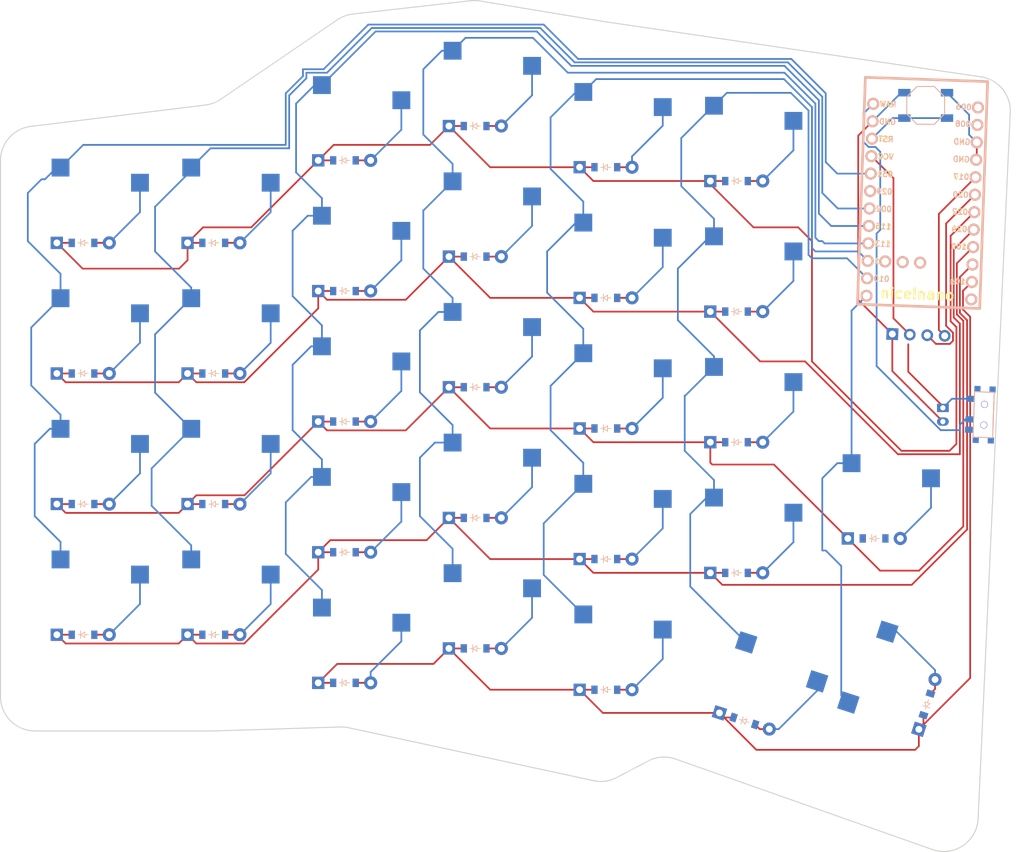
<source format=kicad_pcb>
(kicad_pcb (version 20240108) (generator "pcbnew") (generator_version "8.0")
  (title_block (title "left") (rev "v1.0.0") (company "Unknown"))
  (layers (0 "F.Cu" signal) (31 "B.Cu" signal) (34 "B.Paste" user) (35 "F.Paste" user) (36 "B.SilkS" user "B.Silkscreen") (37 "F.SilkS" user "F.Silkscreen") (38 "B.Mask" user) (39 "F.Mask" user) (44 "Edge.Cuts" user))
  (net 0 "")
  (net 1 "P031")
  (net 2 "outer_bottom")
  (net 3 "outer_home")
  (net 4 "outer_top")
  (net 5 "outer_num")
  (net 6 "P002")
  (net 7 "pinky_bottom")
  (net 8 "pinky_home")
  (net 9 "pinky_top")
  (net 10 "pinky_num")
  (net 11 "P115")
  (net 12 "ring_mod")
  (net 13 "ring_bottom")
  (net 14 "ring_home")
  (net 15 "ring_top")
  (net 16 "ring_num")
  (net 17 "P113")
  (net 18 "middle_mod")
  (net 19 "middle_bottom")
  (net 20 "middle_home")
  (net 21 "middle_top")
  (net 22 "middle_num")
  (net 23 "P111")
  (net 24 "index_mod")
  (net 25 "index_bottom")
  (net 26 "index_home")
  (net 27 "index_top")
  (net 28 "index_num")
  (net 29 "P010")
  (net 30 "inner_bottom")
  (net 31 "inner_home")
  (net 32 "inner_top")
  (net 33 "inner_num")
  (net 34 "P009")
  (net 35 "inner_mod_home")
  (net 36 "home_cluster")
  (net 37 "far_cluster")
  (net 38 "P011")
  (net 39 "P100")
  (net 40 "P024")
  (net 41 "P022")
  (net 42 "P104")
  (net 43 "RAW")
  (net 44 "GND")
  (net 45 "RST")
  (net 46 "VCC")
  (net 47 "P029")
  (net 48 "P006")
  (net 49 "P008")
  (net 50 "P017")
  (net 51 "P020")
  (net 52 "P106")
  (net 53 "P101")
  (net 54 "P102")
  (net 55 "P107")
  (net 56 "pos")
  (footprint "E73:SPDT_C128955" (layer "F.Cu") (at 299.032219 104.753399 -92)
    (property "Reference" "T1" (hide yes))
    (property "Value" "" (hide yes))
  )
  (footprint "E73:SW_TACT_ALPS_SKQGABE010" (layer "F.Cu") (at 290.532219 59.753399)
    (property "Reference" "B1" (hide yes))
    (property "Value" "" (hide yes))
  )
  (footprint "PG1350" (layer "F.Cu") (at 244.032219 82.753399)
    (property "Reference" "S22" (hide yes))
    (property "Value" "" (hide yes))
  )
  (footprint "ComboDiode" (layer "F.Cu") (at 244.032219 106.753399)
    (property "Reference" "D21" (hide yes))
    (property "Value" "" (hide yes))
  )
  (footprint "PG1350" (layer "F.Cu") (at 206.032219 81.753399)
    (property "Reference" "S12" (hide yes))
    (property "Value" "" (hide yes))
  )
  (footprint "PG1350" (layer "F.Cu") (at 285.961565 145.346352 72)
    (property "Reference" "S30" (hide yes))
    (property "Value" "" (hide yes))
  )
  (footprint "JST_PH_S2B-PH-K_02x2.00mm_Angled" (layer "F.Cu") (at 293.032219 104.753399 -90)
    (property "Reference" "JST1" (hide yes))
    (property "Value" "" (hide yes))
  )
  (footprint "PG1350" (layer "F.Cu") (at 206.032219 62.753399)
    (property "Reference" "S13" (hide yes))
    (property "Value" "" (hide yes))
  )
  (footprint "ComboDiode" (layer "F.Cu") (at 244.032219 87.753399)
    (property "Reference" "D22" (hide yes))
    (property "Value" "" (hide yes))
  )
  (footprint "ComboDiode" (layer "F.Cu") (at 206.032219 67.753399)
    (property "Reference" "D13" (hide yes))
    (property "Value" "" (hide yes))
  )
  (footprint "ComboDiode" (layer "F.Cu") (at 264.171285 149.306615 -18)
    (property "Reference" "D29" (hide yes))
    (property "Value" "" (hide yes))
  )
  (footprint "ComboDiode" (layer "F.Cu") (at 187.032219 136.753399)
    (property "Reference" "D5" (hide yes))
    (property "Value" "" (hide yes))
  )
  (footprint "ComboDiode" (layer "F.Cu") (at 263.032219 108.753399)
    (property "Reference" "D25" (hide yes))
    (property "Value" "" (hide yes))
  )
  (footprint "PG1350" (layer "F.Cu") (at 244.032219 63.753399)
    (property "Reference" "S23" (hide yes))
    (property "Value" "" (hide yes))
  )
  (footprint "ComboDiode" (layer "F.Cu") (at 244.032219 125.753399)
    (property "Reference" "D20" (hide yes))
    (property "Value" "" (hide yes))
  )
  (footprint "PG1350" (layer "F.Cu") (at 225.032219 114.753399)
    (property "Reference" "S15" (hide yes))
    (property "Value" "" (hide yes))
  )
  (footprint "ComboDiode" (layer "F.Cu") (at 263.032219 70.753399)
    (property "Reference" "D27" (hide yes))
    (property "Value" "" (hide yes))
  )
  (footprint "PG1350" (layer "F.Cu") (at 225.032219 76.753399)
    (property "Reference" "S17" (hide yes))
    (property "Value" "" (hide yes))
  )
  (footprint "PG1350" (layer "F.Cu") (at 263.032219 65.753399)
    (property "Reference" "S27" (hide yes))
    (property "Value" "" (hide yes))
  )
  (footprint "ComboDiode" (layer "F.Cu") (at 206.032219 86.753399)
    (property "Reference" "D12" (hide yes))
    (property "Value" "" (hide yes))
  )
  (footprint "PG1350" (layer "F.Cu") (at 168.032219 112.753399)
    (property "Reference" "S2" (hide yes))
    (property "Value" "" (hide yes))
  )
  (footprint "PG1350" (layer "F.Cu") (at 225.032219 57.753399)
    (property "Reference" "S18" (hide yes))
    (property "Value" "" (hide yes))
  )
  (footprint "PG1350" (layer "F.Cu") (at 187.032219 131.753399)
    (property "Reference" "S5" (hide yes))
    (property "Value" "" (hide yes))
  )
  (footprint "PG1350" (layer "F.Cu") (at 168.032219 93.753399)
    (property "Reference" "S3" (hide yes))
    (property "Value" "" (hide yes))
  )
  (footprint "PG1350" (layer "F.Cu") (at 168.032219 74.753399)
    (property "Reference" "S4" (hide yes))
    (property "Value" "" (hide yes))
  )
  (footprint "ComboDiode" (layer "F.Cu") (at 290.716848 146.891438 72)
    (property "Reference" "D30" (hide yes))
    (property "Value" "" (hide yes))
  )
  (footprint "ComboDiode" (layer "F.Cu") (at 168.032219 117.753399)
    (property "Reference" "D2" (hide yes))
    (property "Value" "" (hide yes))
  )
  (footprint "PG1350" (layer "F.Cu") (at 225.032219 95.753399)
    (property "Reference" "S16" (hide yes))
    (property "Value" "" (hide yes))
  )
  (footprint "ComboDiode" (layer "F.Cu") (at 225.032219 100.753399)
    (property "Reference" "D16" (hide yes))
    (property "Value" "" (hide yes))
  )
  (footprint "ComboDiode" (layer "F.Cu") (at 168.032219 98.753399)
    (property "Reference" "D3" (hide yes))
    (property "Value" "" (hide yes))
  )
  (footprint "PG1350" (layer "F.Cu") (at 168.032219 131.753399)
    (property "Reference" "S1" (hide yes))
    (property "Value" "" (hide yes))
  )
  (footprint "ComboDiode" (layer "F.Cu") (at 225.032219 62.753399)
    (property "Reference" "D18" (hide yes))
    (property "Value" "" (hide yes))
  )
  (footprint "ComboDiode" (layer "F.Cu") (at 206.032219 124.753399)
    (property "Reference" "D10" (hide yes))
    (property "Value" "" (hide yes))
  )
  (footprint "PG1350" (layer "F.Cu") (at 263.032219 103.753399)
    (property "Reference" "S25" (hide yes))
    (property "Value" "" (hide yes))
  )
  (footprint "ComboDiode" (layer "F.Cu") (at 206.032219 105.753399)
    (property "Reference" "D11" (hide yes))
    (property "Value" "" (hide yes))
  )
  (footprint "PG1350" (layer "F.Cu") (at 263.032219 122.753399)
    (property "Reference" "S24" (hide yes))
    (property "Value" "" (hide yes))
  )
  (footprint "PG1350" (layer "F.Cu") (at 225.032219 133.753399)
    (property "Reference" "S14" (hide yes))
    (property "Value" "" (hide yes))
  )
  (footprint "lib:OLED_headers" (layer "F.Cu") (at 295.532219 91.753399 -92)
    (property "Reference" "OLED1" (hide yes))
    (property "Value" "OLED")
  )
  (footprint "PG1350" (layer "F.Cu") (at 206.032219 100.753399)
    (property "Reference" "S11" (hide yes))
    (property "Value" "" (hide yes))
  )
  (footprint "PG1350" (layer "F.Cu") (at 244.032219 101.753399)
    (property "Reference" "S21" (hide yes))
    (property "Value" "" (hide yes))
  )
  (footprint "PG1350" (layer "F.Cu") (at 187.032219 74.753399)
    (property "Reference" "S8" (hide yes))
    (property "Value" "" (hide yes))
  )
  (footprint "ComboDiode" (layer "F.Cu") (at 168.032219 79.753399)
    (property "Reference" "D4" (hide yes))
    (property "Value" "" (hide yes))
  )
  (footprint "ComboDiode" (layer "F.Cu") (at 225.032219 119.753399)
    (property "Reference" "D15" (hide yes))
    (property "Value" "" (hide yes))
  )
  (footprint "PG1350" (layer "F.Cu") (at 244.032219 139.753399)
    (property "Reference" "S19" (hide yes))
    (property "Value" "" (hide yes))
  )
  (footprint "ComboDiode" (layer "F.Cu") (at 263.032219 89.753399)
    (property "Reference" "D26" (hide yes))
    (property "Value" "" (hide yes))
  )
  (footprint "ComboDiode" (layer "F.Cu") (at 244.032219 68.753399)
    (property "Reference" "D23" (hide yes))
    (property "Value" "" (hide yes))
  )
  (footprint "PG1350" (layer "F.Cu") (at 283.032219 117.753399)
    (property "Reference" "S28" (hide yes))
    (property "Value" "" (hide yes))
  )
  (footprint "ComboDiode" (layer "F.Cu") (at 263.032219 127.753399)
    (property "Reference" "D24" (hide yes))
    (property "Value" "" (hide yes))
  )
  (footprint "ComboDiode" (layer "F.Cu") (at 187.032219 79.753399)
    (property "Reference" "D8" (hide yes))
    (property "Value" "" (hide yes))
  )
  (footprint "ComboDiode" (layer "F.Cu") (at 283.032219 122.753399)
    (property "Reference" "D28" (hide yes))
    (property "Value" "" (hide yes))
  )
  (footprint "ComboDiode" (layer "F.Cu") (at 187.032219 98.753399)
    (property "Reference" "D7" (hide yes))
    (property "Value" "" (hide yes))
  )
  (footprint "PG1350" (layer "F.Cu") (at 206.032219 119.753399)
    (property "Reference" "S10" (hide yes))
    (property "Value" "" (hide yes))
  )
  (footprint "PG1350" (layer "F.Cu") (at 244.032219 120.753399)
    (property "Reference" "S20" (hide yes))
    (property "Value" "" (hide yes))
  )
  (footprint "ComboDiode" (layer "F.Cu") (at 225.032219 138.753399)
    (property "Reference" "D14" (hide yes))
    (property "Value" "" (hide yes))
  )
  (footprint "ComboDiode" (layer "F.Cu") (at 225.032219 81.753399)
    (property "Reference" "D17" (hide yes))
    (property "Value" "" (hide yes))
  )
  (footprint "PG1350" (layer "F.Cu") (at 263.032219 84.753399)
    (property "Reference" "S26" (hide yes))
    (property "Value" "" (hide yes))
  )
  (footprint "ComboDiode" (layer "F.Cu") (at 244.032219 144.753399)
    (property "Reference" "D19" (hide yes))
    (property "Value" "" (hide yes))
  )
  (footprint "PG1350" (layer "F.Cu") (at 187.032219 93.753399)
    (property "Reference" "S7" (hide yes))
    (property "Value" "" (hide yes))
  )
  (footprint "PG1350" (layer "F.Cu") (at 206.032219 138.753399)
    (property "Reference" "S9" (hide yes))
    (property "Value" "" (hide yes))
  )
  (footprint "ComboDiode" (layer "F.Cu") (at 206.032219 143.753399)
    (property "Reference" "D9" (hide yes))
    (property "Value" "" (hide yes))
  )
  (footprint "PG1350" (layer "F.Cu") (at 265.71637 144.551332 -18)
    (property "Reference" "S29" (hide yes))
    (property "Value" "" (hide yes))
  )
  (footprint "nice_nano" (layer "F.Cu") (at 290.032219 73.753399 -92)
    (property "Reference" "MCU1" (hide yes))
    (property "Value" "nice_nano" (hide yes))
  )
  (footprint "PG1350" (layer "F.Cu") (at 187.032219 112.753399)
    (property "Reference" "S6" (hide yes))
    (property "Value" "" (hide yes))
  )
  (footprint "ComboDiode" (layer "F.Cu") (at 187.032219 117.753399)
    (property "Reference" "D6" (hide yes))
    (property "Value" "" (hide yes))
  )
  (footprint "ComboDiode" (layer "F.Cu") (at 168.032219 136.753399)
    (property "Reference" "D1" (hide yes))
    (property "Value" "" (hide yes))
  )
  (gr_arc (start 298.557315 55.597333) (mid 301.688562 57.362143) (end 302.826861 60.771475) (stroke (width 0.15)) (layer "Edge.Cuts"))
  (gr_line (start 188.035156 58.869818) (end 205.008929 47.300852) (stroke (width 0.15)) (layer "Edge.Cuts"))
  (gr_arc (start 245.64416 157.52118) (mid 243.988342 158.054312) (end 242.250081 157.987894) (stroke (width 0.15)) (layer "Edge.Cuts"))
  (gr_arc (start 205.008929 47.300852) (mid 206.084797 46.745029) (end 207.262737 46.464156) (stroke (width 0.15)) (layer "Edge.Cuts"))
  (gr_arc (start 187.111107 150.750908) (mid 187.032209 150.752776) (end 186.953291 150.753399) (stroke (width 0.15)) (layer "Edge.Cuts"))
  (gr_line (start 244.078531 47.610189) (end 298.557316 55.597333) (stroke (width 0.15)) (layer "Edge.Cuts"))
  (gr_line (start 205.417953 150.172797) (end 187.111107 150.750908) (stroke (width 0.15)) (layer "Edge.Cuts"))
  (gr_arc (start 250.160932 155.133202) (mid 252.129617 154.567039) (end 254.160115 154.837848) (stroke (width 0.15)) (layer "Edge.Cuts"))
  (gr_line (start 291.5 168) (end 254.160115 154.837848) (stroke (width 0.15)) (layer "Edge.Cuts"))
  (gr_arc (start 224.339743 44.531758) (mid 225.030971 44.501715) (end 225.719729 44.567381) (stroke (width 0.15)) (layer "Edge.Cuts"))
  (gr_arc (start 156.032219 67.777921) (mid 157.287773 64.464445) (end 160.423869 62.815068) (stroke (width 0.15)) (layer "Edge.Cuts"))
  (gr_arc (start 205.417953 150.172796) (mid 206.02881 150.190872) (end 206.632898 150.283335) (stroke (width 0.15)) (layer "Edge.Cuts"))
  (gr_line (start 156.032219 145.753399) (end 156.032219 67.777921) (stroke (width 0.15)) (layer "Edge.Cuts"))
  (gr_line (start 186.953291 150.753399) (end 161.032219 150.753399) (stroke (width 0.15)) (layer "Edge.Cuts"))
  (gr_line (start 225.719729 44.567381) (end 243.986044 47.595744) (stroke (width 0.15)) (layer "Edge.Cuts"))
  (gr_line (start 242.250081 157.987894) (end 206.632898 150.283335) (stroke (width 0.15)) (layer "Edge.Cuts"))
  (gr_arc (start 244.078531 47.610189) (mid 244.032254 47.603183) (end 243.986044 47.595744) (stroke (width 0.15)) (layer "Edge.Cuts"))
  (gr_line (start 160.423869 62.815068) (end 185.827496 59.701075) (stroke (width 0.15)) (layer "Edge.Cuts"))
  (gr_line (start 207.262737 46.464156) (end 224.339743 44.531758) (stroke (width 0.15)) (layer "Edge.Cuts"))
  (gr_line (start 302.826861 60.771475) (end 298.157076 163.511417) (stroke (width 0.15)) (layer "Edge.Cuts"))
  (gr_line (start 250.160932 155.133203) (end 245.64416 157.52118) (stroke (width 0.15)) (layer "Edge.Cuts"))
  (gr_arc (start 188.035156 58.869819) (mid 186.98105 59.417506) (end 185.827496 59.701075) (stroke (width 0.15)) (layer "Edge.Cuts"))
  (gr_arc (start 161.032219 150.753399) (mid 157.496685 149.288933) (end 156.032219 145.753399) (stroke (width 0.15)) (layer "Edge.Cuts"))
  (gr_arc (start 298.157077 163.511417) (mid 295.957482 167.43006) (end 291.5 168) (stroke (width 0.15)) (layer "Edge.Cuts"))
  (segment (start 203 54.5) (end 209.5 48) (width 0.25) (layer "B.Cu") (net 1))
  (segment (start 162 70.5) (end 162.5 70.5) (width 0.25) (layer "B.Cu") (net 1))
  (segment (start 160.5 100.5) (end 160.5 92.060618) (width 0.25) (layer "B.Cu") (net 1))
  (segment (start 164.757219 106.803399) (end 164.757219 104.757219) (width 0.25) (layer "B.Cu") (net 1))
  (segment (start 240 53) (end 271 53) (width 0.25) (layer "B.Cu") (net 1))
  (segment (start 160 72.5) (end 162 70.5) (width 0.25) (layer "B.Cu") (net 1))
  (segment (start 164.757219 125.803399) (end 164.757219 123.257219) (width 0.25) (layer "B.Cu") (net 1))
  (segment (start 197.5 65.5) (end 197.5 58) (width 0.25) (layer "B.Cu") (net 1))
  (segment (start 197.5 58) (end 200 55.5) (width 0.25) (layer "B.Cu") (net 1))
  (segment (start 161 119.5) (end 161 109) (width 0.25) (layer "B.Cu") (net 1))
  (segment (start 209.5 48) (end 235 48) (width 0.25) (layer "B.Cu") (net 1))
  (segment (start 276 68) (end 277.679786 69.679786) (width 0.25) (layer "B.Cu") (net 1))
  (segment (start 164.757219 84.257219) (end 160 79.5) (width 0.25) (layer "B.Cu") (net 1))
  (segment (start 164.196601 68.803399) (end 164.757219 68.803399) (width 0.25) (layer "B.Cu") (net 1))
  (segment (start 164.757219 123.257219) (end 161 119.5) (width 0.25) (layer "B.Cu") (net 1))
  (segment (start 276 58) (end 276 68) (width 0.25) (layer "B.Cu") (net 1))
  (segment (start 200 54.5) (end 203 54.5) (width 0.25) (layer "B.Cu") (net 1))
  (segment (start 164.757219 68.803399) (end 168.060618 65.5) (width 0.25) (layer "B.Cu") (net 1))
  (segment (start 160 79.5) (end 160 72.5) (width 0.25) (layer "B.Cu") (net 1))
  (segment (start 160.5 92.060618) (end 164.757219 87.803399) (width 0.25) (layer "B.Cu") (net 1))
  (segment (start 235 48) (end 240 53) (width 0.25) (layer "B.Cu") (net 1))
  (segment (start 200 55.5) (end 200 54.5) (width 0.25) (layer "B.Cu") (net 1))
  (segment (start 277.679786 69.679786) (end 282.549828 69.679786) (width 0.25) (layer "B.Cu") (net 1))
  (segment (start 168.060618 65.5) (end 197.5 65.5) (width 0.25) (layer "B.Cu") (net 1))
  (segment (start 271 53) (end 276 58) (width 0.25) (layer "B.Cu") (net 1))
  (segment (start 164.757219 87.803399) (end 164.757219 84.257219) (width 0.25) (layer "B.Cu") (net 1))
  (segment (start 163.196601 106.803399) (end 164.757219 106.803399) (width 0.25) (layer "B.Cu") (net 1))
  (segment (start 162.5 70.5) (end 164.196601 68.803399) (width 0.25) (layer "B.Cu") (net 1))
  (segment (start 161 109) (end 163.196601 106.803399) (width 0.25) (layer "B.Cu") (net 1))
  (segment (start 164.757219 104.757219) (end 160.5 100.5) (width 0.25) (layer "B.Cu") (net 1))
  (segment (start 171.842219 136.753399) (end 169.682219 136.753399) (width 0.25) (layer "F.Cu") (net 2))
  (segment (start 176.307219 128.003399) (end 176.307219 132.288399) (width 0.25) (layer "B.Cu") (net 2))
  (segment (start 176.307219 132.288399) (end 171.842219 136.753399) (width 0.25) (layer "B.Cu") (net 2))
  (segment (start 171.842219 117.753399) (end 169.682219 117.753399) (width 0.25) (layer "F.Cu") (net 3))
  (segment (start 176.307219 109.003399) (end 176.307219 113.288399) (width 0.25) (layer "B.Cu") (net 3))
  (segment (start 176.307219 113.288399) (end 171.842219 117.753399) (width 0.25) (layer "B.Cu") (net 3))
  (segment (start 171.842219 98.753399) (end 169.682219 98.753399) (width 0.25) (layer "F.Cu") (net 4))
  (segment (start 176.307219 94.288399) (end 171.842219 98.753399) (width 0.25) (layer "B.Cu") (net 4))
  (segment (start 176.307219 90.003399) (end 176.307219 94.288399) (width 0.25) (layer "B.Cu") (net 4))
  (segment (start 171.842219 79.753399) (end 169.682219 79.753399) (width 0.25) (layer "F.Cu") (net 5))
  (segment (start 176.307219 71.003399) (end 176.307219 75.288399) (width 0.25) (layer "B.Cu") (net 5))
  (segment (start 176.307219 75.288399) (end 171.842219 79.753399) (width 0.25) (layer "B.Cu") (net 5))
  (segment (start 183.757219 106.803399) (end 178.5 101.54618) (width 0.25) (layer "B.Cu") (net 6))
  (segment (start 198 66) (end 198 58.310618) (width 0.25) (layer "B.Cu") (net 6))
  (segment (start 178 112.560618) (end 183.757219 106.803399) (width 0.25) (layer "B.Cu") (net 6))
  (segment (start 178.5 81) (end 178.5 74.5) (width 0.25) (layer "B.Cu") (net 6))
  (segment (start 275.5 72.5) (end 277.756691 74.756691) (width 0.25) (layer "B.Cu") (net 6))
  (segment (start 234.5 48.5) (end 239.5 53.5) (width 0.25) (layer "B.Cu") (net 6))
  (segment (start 203.5 55) (end 210 48.5) (width 0.25) (layer "B.Cu") (net 6))
  (segment (start 210 48.5) (end 234.5 48.5) (width 0.25) (layer "B.Cu") (net 6))
  (segment (start 183.757219 123.757219) (end 178 118) (width 0.25) (layer "B.Cu") (net 6))
  (segment (start 178.5 101.54618) (end 178.5 93.060618) (width 0.25) (layer "B.Cu") (net 6))
  (segment (start 183.757219 86.257219) (end 178.5 81) (width 0.25) (layer "B.Cu") (net 6))
  (segment (start 178.5 74.5) (end 183.757219 69.242781) (width 0.25) (layer "B.Cu") (net 6))
  (segment (start 277.756691 74.756691) (end 282.372539 74.756691) (width 0.25) (layer "B.Cu") (net 6))
  (segment (start 186.560618 66) (end 198 66) (width 0.25) (layer "B.Cu") (net 6))
  (segment (start 198 58.310618) (end 200.5 55.810618) (width 0.25) (layer "B.Cu") (net 6))
  (segment (start 200.5 55) (end 203.5 55) (width 0.25) (layer "B.Cu") (net 6))
  (segment (start 239.5 53.5) (end 270.5 53.5) (width 0.25) (layer "B.Cu") (net 6))
  (segment (start 183.757219 69.242781) (end 183.757219 68.803399) (width 0.25) (layer "B.Cu") (net 6))
  (segment (start 178.5 93.060618) (end 183.757219 87.803399) (width 0.25) (layer "B.Cu") (net 6))
  (segment (start 178 118) (end 178 112.560618) (width 0.25) (layer "B.Cu") (net 6))
  (segment (start 183.757219 125.803399) (end 183.757219 123.757219) (width 0.25) (layer "B.Cu") (net 6))
  (segment (start 270.5 53.5) (end 275.5 58.5) (width 0.25) (layer "B.Cu") (net 6))
  (segment (start 275.5 58.5) (end 275.5 72.5) (width 0.25) (layer "B.Cu") (net 6))
  (segment (start 183.757219 87.803399) (end 183.757219 86.257219) (width 0.25) (layer "B.Cu") (net 6))
  (segment (start 183.757219 68.803399) (end 186.560618 66) (width 0.25) (layer "B.Cu") (net 6))
  (segment (start 200.5 55.810618) (end 200.5 55) (width 0.25) (layer "B.Cu") (net 6))
  (segment (start 190.842219 136.753399) (end 188.682219 136.753399) (width 0.25) (layer "F.Cu") (net 7))
  (segment (start 195.307219 132.288399) (end 190.842219 136.753399) (width 0.25) (layer "B.Cu") (net 7))
  (segment (start 195.307219 128.003399) (end 195.307219 132.288399) (width 0.25) (layer "B.Cu") (net 7))
  (segment (start 190.842219 117.753399) (end 188.682219 117.753399) (width 0.25) (layer "F.Cu") (net 8))
  (segment (start 195.307219 113.288399) (end 190.842219 117.753399) (width 0.25) (layer "B.Cu") (net 8))
  (segment (start 195.307219 109.003399) (end 195.307219 113.288399) (width 0.25) (layer "B.Cu") (net 8))
  (segment (start 190.842219 98.753399) (end 188.682219 98.753399) (width 0.25) (layer "F.Cu") (net 9))
  (segment (start 195.307219 94.288399) (end 190.842219 98.753399) (width 0.25) (layer "B.Cu") (net 9))
  (segment (start 195.307219 90.003399) (end 195.307219 94.288399) (width 0.25) (layer "B.Cu") (net 9))
  (segment (start 190.842219 79.753399) (end 188.682219 79.753399) (width 0.25) (layer "F.Cu") (net 10))
  (segment (start 195.307219 75.288399) (end 190.842219 79.753399) (width 0.25) (layer "B.Cu") (net 10))
  (segment (start 195.307219 71.003399) (end 195.307219 75.288399) (width 0.25) (layer "B.Cu") (net 10))
  (segment (start 198.5 107) (end 198.5 97.5) (width 0.25) (layer "B.Cu") (net 11))
  (segment (start 197.5 117.5) (end 201.196601 113.803399) (width 0.25) (layer "B.Cu") (net 11))
  (segment (start 275 75.5) (end 276.795144 77.295144) (width 0.25) (layer "B.Cu") (net 11))
  (segment (start 275 59) (end 275 75.5) (width 0.25) (layer "B.Cu") (net 11))
  (segment (start 202.757219 113.803399) (end 202.757219 111.257219) (width 0.25) (layer "B.Cu") (net 11))
  (segment (start 197.5 125) (end 197.5 117.5) (width 0.25) (layer "B.Cu") (net 11))
  (segment (start 198.5 87.5) (end 198.5 78) (width 0.25) (layer "B.Cu") (net 11))
  (segment (start 201.696601 56.803399) (end 202.757219 56.803399) (width 0.25) (layer "B.Cu") (net 11))
  (segment (start 200.696601 75.803399) (end 202.757219 75.803399) (width 0.25) (layer "B.Cu") (net 11))
  (segment (start 270 54) (end 275 59) (width 0.25) (layer "B.Cu") (net 11))
  (segment (start 201.196601 94.803399) (end 202.757219 94.803399) (width 0.25) (layer "B.Cu") (net 11))
  (segment (start 199 69.5) (end 199 59.5) (width 0.25) (layer "B.Cu") (net 11))
  (segment (start 202.757219 91.757219) (end 198.5 87.5) (width 0.25) (layer "B.Cu") (net 11))
  (segment (start 199 59.5) (end 201.696601 56.803399) (width 0.25) (layer "B.Cu") (net 11))
  (segment (start 202.757219 94.803399) (end 202.757219 91.757219) (width 0.25) (layer "B.Cu") (net 11))
  (segment (start 202.757219 73.257219) (end 199 69.5) (width 0.25) (layer "B.Cu") (net 11))
  (segment (start 210.560618 49) (end 234 49) (width 0.25) (layer "B.Cu") (net 11))
  (segment (start 234 49) (end 239 54) (width 0.25) (layer "B.Cu") (net 11))
  (segment (start 202.757219 132.803399) (end 202.757219 130.257219) (width 0.25) (layer "B.Cu") (net 11))
  (segment (start 198.5 78) (end 200.696601 75.803399) (width 0.25) (layer "B.Cu") (net 11))
  (segment (start 239 54) (end 270 54) (width 0.25) (layer "B.Cu") (net 11))
  (segment (start 201.196601 113.803399) (end 202.757219 113.803399) (width 0.25) (layer "B.Cu") (net 11))
  (segment (start 276.795144 77.295144) (end 282.283894 77.295144) (width 0.25) (layer "B.Cu") (net 11))
  (segment (start 202.757219 56.803399) (end 210.560618 49) (width 0.25) (layer "B.Cu") (net 11))
  (segment (start 202.757219 75.803399) (end 202.757219 73.257219) (width 0.25) (layer "B.Cu") (net 11))
  (segment (start 198.5 97.5) (end 201.196601 94.803399) (width 0.25) (layer "B.Cu") (net 11))
  (segment (start 202.757219 130.257219) (end 197.5 125) (width 0.25) (layer "B.Cu") (net 11))
  (segment (start 202.757219 111.257219) (end 198.5 107) (width 0.25) (layer "B.Cu") (net 11))
  (segment (start 209.842219 143.753399) (end 207.682219 143.753399) (width 0.25) (layer "F.Cu") (net 12))
  (segment (start 214.307219 135.003399) (end 214.307219 137.712083) (width 0.25) (layer "B.Cu") (net 12))
  (segment (start 209.842219 142.177083) (end 209.842219 143.753399) (width 0.25) (layer "B.Cu") (net 12))
  (segment (start 214.307219 137.712083) (end 209.842219 142.177083) (width 0.25) (layer "B.Cu") (net 12))
  (segment (start 209.842219 124.753399) (end 207.682219 124.753399) (width 0.25) (layer "F.Cu") (net 13))
  (segment (start 214.307219 120.288399) (end 209.842219 124.753399) (width 0.25) (layer "B.Cu") (net 13))
  (segment (start 214.307219 116.003399) (end 214.307219 120.288399) (width 0.25) (layer "B.Cu") (net 13))
  (segment (start 209.842219 105.753399) (end 207.682219 105.753399) (width 0.25) (layer "F.Cu") (net 14))
  (segment (start 214.307219 97.003399) (end 214.307219 101.288399) (width 0.25) (layer "B.Cu") (net 14))
  (segment (start 214.307219 101.288399) (end 209.842219 105.753399) (width 0.25) (layer "B.Cu") (net 14))
  (segment (start 209.842219 86.753399) (end 207.682219 86.753399) (width 0.25) (layer "F.Cu") (net 15))
  (segment (start 214.307219 78.003399) (end 214.307219 82.288399) (width 0.25) (layer "B.Cu") (net 15))
  (segment (start 214.307219 82.288399) (end 209.842219 86.753399) (width 0.25) (layer "B.Cu") (net 15))
  (segment (start 209.842219 67.753399) (end 207.682219 67.753399) (width 0.25) (layer "F.Cu") (net 16))
  (segment (start 214.307219 59.003399) (end 214.307219 63.288399) (width 0.25) (layer "B.Cu") (net 16))
  (segment (start 214.307219 63.288399) (end 209.842219 67.753399) (width 0.25) (layer "B.Cu") (net 16))
  (segment (start 217.5 64) (end 217.5 54.5) (width 0.25) (layer "B.Cu") (net 17))
  (segment (start 221.757219 89.803399) (end 221.757219 87.757219) (width 0.25) (layer "B.Cu") (net 17))
  (segment (start 238.5 55) (end 270 55) (width 0.25) (layer "B.Cu") (net 17))
  (segment (start 275.5 79.5) (end 275.833597 79.833597) (width 0.25) (layer "B.Cu") (net 17))
  (segment (start 217.560618 75) (end 221.757219 70.803399) (width 0.25) (layer "B.Cu") (net 17))
  (segment (start 221.757219 124.257219) (end 217 119.5) (width 0.25) (layer "B.Cu") (net 17))
  (segment (start 217 92.5) (end 219.696601 89.803399) (width 0.25) (layer "B.Cu") (net 17))
  (segment (start 217 111) (end 219.196601 108.803399) (width 0.25) (layer "B.Cu") (net 17))
  (segment (start 217 119.5) (end 217 111) (width 0.25) (layer "B.Cu") (net 17))
  (segment (start 217.5 54.5) (end 220.196601 51.803399) (width 0.25) (layer "B.Cu") (net 17))
  (segment (start 275 79.5) (end 275.5 79.5) (width 0.25) (layer "B.Cu") (net 17))
  (segment (start 275.833597 79.833597) (end 282.195249 79.833597) (width 0.25) (layer "B.Cu") (net 17))
  (segment (start 217.5 75) (end 217.560618 75) (width 0.25) (layer "B.Cu") (net 17))
  (segment (start 219.696601 89.803399) (end 221.757219 89.803399) (width 0.25) (layer "B.Cu") (net 17))
  (segment (start 221.757219 106.257219) (end 217 101.5) (width 0.25) (layer "B.Cu") (net 17))
  (segment (start 270 55) (end 274.5 59.5) (width 0.25) (layer "B.Cu") (net 17))
  (segment (start 274.5 59.5) (end 274.5 79) (width 0.25) (layer "B.Cu") (net 17))
  (segment (start 221.757219 51.803399) (end 223.632219 49.928399) (width 0.25) (layer "B.Cu") (net 17))
  (segment (start 220.196601 51.803399) (end 221.757219 51.803399) (width 0.25) (layer "B.Cu") (net 17))
  (segment (start 274.5 79) (end 275 79.5) (width 0.25) (layer "B.Cu") (net 17))
  (segment (start 217 101.5) (end 217 92.5) (width 0.25) (layer "B.Cu") (net 17))
  (segment (start 221.757219 87.757219) (end 217.5 83.5) (width 0.25) (layer "B.Cu") (net 17))
  (segment (start 221.757219 127.803399) (end 221.757219 124.257219) (width 0.25) (layer "B.Cu") (net 17))
  (segment (start 221.757219 70.803399) (end 221.757219 68.257219) (width 0.25) (layer "B.Cu") (net 17))
  (segment (start 233.428399 49.928399) (end 238.5 55) (width 0.25) (layer "B.Cu") (net 17))
  (segment (start 223.632219 49.928399) (end 233.428399 49.928399) (width 0.25) (layer "B.Cu") (net 17))
  (segment (start 219.196601 108.803399) (end 221.757219 108.803399) (width 0.25) (layer "B.Cu") (net 17))
  (segment (start 217.5 83.5) (end 217.5 75) (width 0.25) (layer "B.Cu") (net 17))
  (segment (start 221.757219 108.803399) (end 221.757219 106.257219) (width 0.25) (layer "B.Cu") (net 17))
  (segment (start 221.757219 68.257219) (end 217.5 64) (width 0.25) (layer "B.Cu") (net 17))
  (segment (start 228.842219 138.753399) (end 226.682219 138.753399) (width 0.25) (layer "F.Cu") (net 18))
  (segment (start 233.307219 134.288399) (end 228.842219 138.753399) (width 0.25) (layer "B.Cu") (net 18))
  (segment (start 233.307219 130.003399) (end 233.307219 134.288399) (width 0.25) (layer "B.Cu") (net 18))
  (segment (start 228.842219 119.753399) (end 226.682219 119.753399) (width 0.25) (layer "F.Cu") (net 19))
  (segment (start 233.307219 111.003399) (end 233.307219 115.288399) (width 0.25) (layer "B.Cu") (net 19))
  (segment (start 233.307219 115.288399) (end 228.842219 119.753399) (width 0.25) (layer "B.Cu") (net 19))
  (segment (start 228.842219 100.753399) (end 226.682219 100.753399) (width 0.25) (layer "F.Cu") (net 20))
  (segment (start 233.307219 92.003399) (end 233.307219 96.288399) (width 0.25) (layer "B.Cu") (net 20))
  (segment (start 233.307219 96.288399) (end 228.842219 100.753399) (width 0.25) (layer "B.Cu") (net 20))
  (segment (start 228.842219 81.753399) (end 226.682219 81.753399) (width 0.25) (layer "F.Cu") (net 21))
  (segment (start 233.307219 73.003399) (end 233.307219 77.288399) (width 0.25) (layer "B.Cu") (net 21))
  (segment (start 233.307219 77.288399) (end 228.842219 81.753399) (width 0.25) (layer "B.Cu") (net 21))
  (segment (start 228.842219 62.753399) (end 226.682219 62.753399) (width 0.25) (layer "F.Cu") (net 22))
  (segment (start 233.307219 54.003399) (end 233.307219 58.288399) (width 0.25) (layer "B.Cu") (net 22))
  (segment (start 233.307219 58.288399) (end 228.842219 62.753399) (width 0.25) (layer "B.Cu") (net 22))
  (segment (start 269.928399 55.928399) (end 274 60) (width 0.25) (layer "B.Cu") (net 23))
  (segment (start 235 128.04618) (end 235 120.560618) (width 0.25) (layer "B.Cu") (net 23))
  (segment (start 240.757219 92.257219) (end 235.5 87) (width 0.25) (layer "B.Cu") (net 23))
  (segment (start 239.696601 76.803399) (end 240.757219 76.803399) (width 0.25) (layer "B.Cu") (net 23))
  (segment (start 280.734555 81) (end 282.106604 82.372049) (width 0.25) (layer "B.Cu") (net 23))
  (segment (start 235.5 87) (end 235.5 81) (width 0.25) (layer "B.Cu") (net 23))
  (segment (start 240.757219 95.803399) (end 240.757219 92.257219) (width 0.25) (layer "B.Cu") (net 23))
  (segment (start 274 80.5) (end 274.5 81) (width 0.25) (layer "B.Cu") (net 23))
  (segment (start 239.696601 57.803399) (end 240.757219 57.803399) (width 0.25) (layer "B.Cu") (net 23))
  (segment (start 240.757219 114.803399) (end 240.757219 111.757219) (width 0.25) (layer "B.Cu") (net 23))
  (segment (start 240.757219 57.803399) (end 242.632219 55.928399) (width 0.25) (layer "B.Cu") (net 23))
  (segment (start 240.757219 111.757219) (end 236 107) (width 0.25) (layer "B.Cu") (net 23))
  (segment (start 236 69) (end 236 61.5) (width 0.25) (layer "B.Cu") (net 23))
  (segment (start 236 107) (end 236 100.560618) (width 0.25) (layer "B.Cu") (net 23))
  (segment (start 236 100.560618) (end 240.757219 95.803399) (width 0.25) (layer "B.Cu") (net 23))
  (segment (start 274 60) (end 274 80.5) (width 0.25) (layer "B.Cu") (net 23))
  (segment (start 235 120.560618) (end 240.757219 114.803399) (width 0.25) (layer "B.Cu") (net 23))
  (segment (start 242.632219 55.928399) (end 269.928399 55.928399) (width 0.25) (layer "B.Cu") (net 23))
  (segment (start 235.5 81) (end 239.696601 76.803399) (width 0.25) (layer "B.Cu") (net 23))
  (segment (start 240.757219 133.803399) (end 235 128.04618) (width 0.25) (layer "B.Cu") (net 23))
  (segment (start 274.5 81) (end 280.734555 81) (width 0.25) (layer "B.Cu") (net 23))
  (segment (start 240.757219 76.803399) (end 240.757219 73.757219) (width 0.25) (layer "B.Cu") (net 23))
  (segment (start 236 61.5) (end 239.696601 57.803399) (width 0.25) (layer "B.Cu") (net 23))
  (segment (start 240.757219 73.757219) (end 236 69) (width 0.25) (layer "B.Cu") (net 23))
  (segment (start 247.842219 144.753399) (end 245.682219 144.753399) (width 0.25) (layer "F.Cu") (net 24))
  (segment (start 252.307219 136.003399) (end 252.307219 140.288399) (width 0.25) (layer "B.Cu") (net 24))
  (segment (start 252.307219 140.288399) (end 247.842219 144.753399) (width 0.25) (layer "B.Cu") (net 24))
  (segment (start 247.842219 125.753399) (end 245.682219 125.753399) (width 0.25) (layer "F.Cu") (net 25))
  (segment (start 252.307219 117.003399) (end 252.307219 121.288399) (width 0.25) (layer "B.Cu") (net 25))
  (segment (start 252.307219 121.288399) (end 247.842219 125.753399) (width 0.25) (layer "B.Cu") (net 25))
  (segment (start 247.842219 106.753399) (end 245.682219 106.753399) (width 0.25) (layer "F.Cu") (net 26))
  (segment (start 252.307219 102.288399) (end 247.842219 106.753399) (width 0.25) (layer "B.Cu") (net 26))
  (segment (start 252.307219 98.003399) (end 252.307219 102.288399) (width 0.25) (layer "B.Cu") (net 26))
  (segment (start 247.842219 87.753399) (end 245.682219 87.753399) (width 0.25) (layer "F.Cu") (net 27))
  (segment (start 252.307219 83.288399) (end 247.842219 87.753399) (width 0.25) (layer "B.Cu") (net 27))
  (segment (start 252.307219 79.003399) (end 252.307219 83.288399) (width 0.25) (layer "B.Cu") (net 27))
  (segment (start 247.842219 68.753399) (end 245.682219 68.753399) (width 0.25) (layer "F.Cu") (net 28))
  (segment (start 247.842219 67.177083) (end 247.842219 68.753399) (width 0.25) (layer "B.Cu") (net 28))
  (segment (start 252.307219 62.712083) (end 247.842219 67.177083) (width 0.25) (layer "B.Cu") (net 28))
  (segment (start 252.307219 60.003399) (end 252.307219 62.712083) (width 0.25) (layer "B.Cu") (net 28))
  (segment (start 259.696601 59.803399) (end 259.757219 59.803399) (width 0.25) (layer "B.Cu") (net 29))
  (segment (start 259.757219 114.257219) (end 255.5 110) (width 0.25) (layer "B.Cu") (net 29))
  (segment (start 254.5 83.5) (end 259.196601 78.803399) (width 0.25) (layer "B.Cu") (net 29))
  (segment (start 264.440311 137.880515) (end 256.306319 129.746523) (width 0.25) (layer "B.Cu") (net 29))
  (segment (start 255.5 110) (end 255.5 102) (width 0.25) (layer "B.Cu") (net 29))
  (segment (start 254.5 91) (end 254.5 83.5) (width 0.25) (layer "B.Cu") (net 29))
  (segment (start 273.5 60.5) (end 273.5 81.5) (width 0.25) (layer "B.Cu") (net 29))
  (segment (start 255.560618 102) (end 259.757219 97.803399) (width 0.25) (layer "B.Cu") (net 29))
  (segment (start 255 71.5) (end 255 64.5) (width 0.25) (layer "B.Cu") (net 29))
  (segment (start 256.306319 119.193681) (end 258.696601 116.803399) (width 0.25) (layer "B.Cu") (net 29))
  (segment (start 258.696601 116.803399) (end 259.757219 116.803399) (width 0.25) (layer "B.Cu") (net 29))
  (segment (start 279.107458 82) (end 282.01796 84.910502) (width 0.25) (layer "B.Cu") (net 29))
  (segment (start 259.757219 59.803399) (end 261.632219 57.928399) (width 0.25) (layer "B.Cu") (net 29))
  (segment (start 259.196601 78.803399) (end 259.757219 78.803399) (width 0.25) (layer "B.Cu") (net 29))
  (segment (start 270.928399 57.928399) (end 273.5 60.5) (width 0.25) (layer "B.Cu") (net 29))
  (segment (start 256.306319 129.746523) (end 256.306319 119.193681) (width 0.25) (layer "B.Cu") (net 29))
  (segment (start 259.757219 116.803399) (end 259.757219 114.257219) (width 0.25) (layer "B.Cu") (net 29))
  (segment (start 259.757219 96.257219) (end 254.5 91) (width 0.25) (layer "B.Cu") (net 29))
  (segment (start 255 64.5) (end 259.696601 59.803399) (width 0.25) (layer "B.Cu") (net 29))
  (segment (start 259.757219 76.257219) (end 255 71.5) (width 0.25) (layer "B.Cu") (net 29))
  (segment (start 259.757219 97.803399) (end 259.757219 96.257219) (width 0.25) (layer "B.Cu") (net 29))
  (segment (start 259.757219 78.803399) (end 259.757219 76.257219) (width 0.25) (layer "B.Cu") (net 29))
  (segment (start 261.632219 57.928399) (end 270.928399 57.928399) (width 0.25) (layer "B.Cu") (net 29))
  (segment (start 274 82) (end 279.107458 82) (width 0.25) (layer "B.Cu") (net 29))
  (segment (start 273.5 81.5) (end 274 82) (width 0.25) (layer "B.Cu") (net 29))
  (segment (start 255.5 102) (end 255.560618 102) (width 0.25) (layer "B.Cu") (net 29))
  (segment (start 266.842219 127.753399) (end 264.682219 127.753399) (width 0.25) (layer "F.Cu") (net 30))
  (segment (start 271.307219 119.003399) (end 271.307219 123.288399) (width 0.25) (layer "B.Cu") (net 30))
  (segment (start 271.307219 123.288399) (end 266.842219 127.753399) (width 0.25) (layer "B.Cu") (net 30))
  (segment (start 266.842219 108.753399) (end 264.682219 108.753399) (width 0.25) (layer "F.Cu") (net 31))
  (segment (start 271.307219 104.288399) (end 266.842219 108.753399) (width 0.25) (layer "B.Cu") (net 31))
  (segment (start 271.307219 100.003399) (end 271.307219 104.288399) (width 0.25) (layer "B.Cu") (net 31))
  (segment (start 266.842219 89.753399) (end 264.682219 89.753399) (width 0.25) (layer "F.Cu") (net 32))
  (segment (start 271.307219 85.288399) (end 266.842219 89.753399) (width 0.25) (layer "B.Cu") (net 32))
  (segment (start 271.307219 81.003399) (end 271.307219 85.288399) (width 0.25) (layer "B.Cu") (net 32))
  (segment (start 266.842219 70.753399) (end 264.682219 70.753399) (width 0.25) (layer "F.Cu") (net 33))
  (segment (start 271.307219 62.003399) (end 271.307219 66.288399) (width 0.25) (layer "B.Cu") (net 33))
  (segment (start 271.307219 66.288399) (end 266.842219 70.753399) (width 0.25) (layer "B.Cu") (net 33))
  (segment (start 277.696601 111.803399) (end 279.757219 111.803399) (width 0.25) (layer "B.Cu") (net 34))
  (segment (start 276 124.5) (end 275.5 124.5) (width 0.25) (layer "B.Cu") (net 34))
  (segment (start 279.757219 89.621051) (end 281.929315 87.448955) (width 0.25) (layer "B.Cu") (net 34))
  (segment (start 275.5 114) (end 277.696601 111.803399) (width 0.25) (layer "B.Cu") (net 34))
  (segment (start 279.290748 146.622411) (end 278.259062 145.590725) (width 0.25) (layer "B.Cu") (net 34))
  (segment (start 275.5 124.5) (end 275.5 114) (width 0.25) (layer "B.Cu") (net 34))
  (segment (start 279.757219 111.803399) (end 279.757219 89.621051) (width 0.25) (layer "B.Cu") (net 34))
  (segment (start 278.259062 145.590725) (end 278.259062 126.759062) (width 0.25) (layer "B.Cu") (net 34))
  (segment (start 278.259062 126.759062) (end 276 124.5) (width 0.25) (layer "B.Cu") (net 34))
  (segment (start 291.307219 118.288399) (end 286.842219 122.753399) (width 0.25) (layer "B.Cu") (net 35))
  (segment (start 291.307219 114.003399) (end 291.307219 118.288399) (width 0.25) (layer "B.Cu") (net 35))
  (segment (start 266.408005 150.48397) (end 265.740528 149.816493) (width 0.25) (layer "F.Cu") (net 36))
  (segment (start 267.79481 150.48397) (end 266.408005 150.48397) (width 0.25) (layer "F.Cu") (net 36))
  (segment (start 274.745176 143.541986) (end 274.745176 144.908887) (width 0.25) (layer "B.Cu") (net 36))
  (segment (start 274.745176 144.908887) (end 269.170093 150.48397) (width 0.25) (layer "B.Cu") (net 36))
  (segment (start 269.170093 150.48397) (end 267.79481 150.48397) (width 0.25) (layer "B.Cu") (net 36))
  (segment (start 291.894203 144.654718) (end 291.226726 145.322195) (width 0.25) (layer "F.Cu") (net 37))
  (segment (start 291.894203 143.267913) (end 291.894203 144.654718) (width 0.25) (layer "F.Cu") (net 37))
  (segment (start 286.31912 136.317546) (end 291.894203 141.892629) (width 0.25) (layer "B.Cu") (net 37))
  (segment (start 284.952219 136.317546) (end 286.31912 136.317546) (width 0.25) (layer "B.Cu") (net 37))
  (segment (start 291.894203 141.892629) (end 291.894203 143.267913) (width 0.25) (layer "B.Cu") (net 37))
  (segment (start 166.382219 136.753399) (end 164.222219 136.753399) (width 0.25) (layer "F.Cu") (net 38))
  (segment (start 202.222219 124.753399) (end 203.975618 123) (width 0.25) (layer "F.Cu") (net 38))
  (segment (start 259.222219 127.753399) (end 260.96882 129.5) (width 0.25) (layer "F.Cu") (net 38))
  (segment (start 242.222219 127.753399) (end 259.222219 127.753399) (width 0.25) (layer "F.Cu") (net 38))
  (segment (start 203.975618 123) (end 217.975618 123) (width 0.25) (layer "F.Cu") (net 38))
  (segment (start 223.382219 119.753399) (end 221.222219 119.753399) (width 0.25) (layer "F.Cu") (net 38))
  (segment (start 240.222219 125.753399) (end 242.222219 127.753399) (width 0.25) (layer "F.Cu") (net 38))
  (segment (start 288.5 129.5) (end 296.55 121.45) (width 0.25) (layer "F.Cu") (net 38))
  (segment (start 296.55 91) (end 295.508731 89.958731) (width 0.25) (layer "F.Cu") (net 38))
  (segment (start 227.222219 125.753399) (end 240.222219 125.753399) (width 0.25) (layer "F.Cu") (net 38))
  (segment (start 185.382219 136.753399) (end 183.222219 136.753399) (width 0.25) (layer "F.Cu") (net 38))
  (segment (start 184.499719 138.030899) (end 191.469101 138.030899) (width 0.25) (layer "F.Cu") (net 38))
  (segment (start 165.499719 138.030899) (end 181.944719 138.030899) (width 0.25) (layer "F.Cu") (net 38))
  (segment (start 261.382219 127.753399) (end 259.222219 127.753399) (width 0.25) (layer "F.Cu") (net 38))
  (segment (start 164.222219 136.753399) (end 165.499719 138.030899) (width 0.25) (layer "F.Cu") (net 38))
  (segment (start 295.508731 84.732508) (end 297.337321 82.903918) (width 0.25) (layer "F.Cu") (net 38))
  (segment (start 191.469101 138.030899) (end 202.222219 127.277781) (width 0.25) (layer "F.Cu") (net 38))
  (segment (start 217.975618 123) (end 221.222219 119.753399) (width 0.25) (layer "F.Cu") (net 38))
  (segment (start 181.944719 138.030899) (end 183.222219 136.753399) (width 0.25) (layer "F.Cu") (net 38))
  (segment (start 183.222219 136.753399) (end 184.499719 138.030899) (width 0.25) (layer "F.Cu") (net 38))
  (segment (start 260.96882 129.5) (end 288.5 129.5) (width 0.25) (layer "F.Cu") (net 38))
  (segment (start 221.222219 119.753399) (end 227.222219 125.753399) (width 0.25) (layer "F.Cu") (net 38))
  (segment (start 296.55 121.45) (end 296.55 91) (width 0.25) (layer "F.Cu") (net 38))
  (segment (start 295.508731 89.958731) (end 295.508731 84.732508) (width 0.25) (layer "F.Cu") (net 38))
  (segment (start 204.382219 124.753399) (end 202.222219 124.753399) (width 0.25) (layer "F.Cu") (net 38))
  (segment (start 202.222219 127.277781) (end 202.222219 124.753399) (width 0.25) (layer "F.Cu") (net 38))
  (segment (start 242.382219 125.753399) (end 240.222219 125.753399) (width 0.25) (layer "F.Cu") (net 38))
  (segment (start 202.222219 105.753399) (end 203.499719 107.030899) (width 0.25) (layer "F.Cu") (net 39))
  (segment (start 204.382219 105.753399) (end 202.222219 105.753399) (width 0.25) (layer "F.Cu") (net 39))
  (segment (start 221.222219 100.753399) (end 227.222219 106.753399) (width 0.25) (layer "F.Cu") (net 39))
  (segment (start 184.499719 116.475899) (end 191.499719 116.475899) (width 0.25) (layer "F.Cu") (net 39))
  (segment (start 268.46882 112) (end 279.222219 122.753399) (width 0.25) (layer "F.Cu") (net 39))
  (segment (start 259.222219 108.753399) (end 259.222219 111.722219) (width 0.25) (layer "F.Cu") (net 39))
  (segment (start 223.382219 100.753399) (end 221.222219 100.753399) (width 0.25) (layer "F.Cu") (net 39))
  (segment (start 166.382219 117.753399) (end 164.222219 117.753399) (width 0.25) (layer "F.Cu") (net 39))
  (segment (start 240.222219 106.753399) (end 242.222219 108.753399) (width 0.25) (layer "F.Cu") (net 39))
  (segment (start 185.382219 117.753399) (end 183.222219 117.753399) (width 0.25) (layer "F.Cu") (net 39))
  (segment (start 296 121) (end 296 91.086396) (width 0.25) (layer "F.Cu") (net 39))
  (segment (start 259.5 112) (end 268.46882 112) (width 0.25) (layer "F.Cu") (net 39))
  (segment (start 279.222219 122.753399) (end 283.900622 127.431802) (width 0.25) (layer "F.Cu") (net 39))
  (segment (start 227.222219 106.753399) (end 240.222219 106.753399) (width 0.25) (layer "F.Cu") (net 39))
  (segment (start 242.382219 106.753399) (end 240.222219 106.753399) (width 0.25) (layer "F.Cu") (net 39))
  (segment (start 214.944719 107.030899) (end 221.222219 100.753399) (width 0.25) (layer "F.Cu") (net 39))
  (segment (start 183.222219 117.753399) (end 184.499719 116.475899) (width 0.25) (layer "F.Cu") (net 39))
  (segment (start 165.499719 119.030899) (end 181.944719 119.030899) (width 0.25) (layer "F.Cu") (net 39))
  (segment (start 289.568198 127.431802) (end 296 121) (width 0.25) (layer "F.Cu") (net 39))
  (segment (start 181.944719 119.030899) (end 183.222219 117.753399) (width 0.25) (layer "F.Cu") (net 39))
  (segment (start 259.222219 111.722219) (end 259.5 112) (width 0.25) (layer "F.Cu") (net 39))
  (segment (start 164.222219 117.753399) (end 165.499719 119.030899) (width 0.25) (layer "F.Cu") (net 39))
  (segment (start 242.222219 108.753399) (end 259.222219 108.753399) (width 0.25) (layer "F.Cu") (net 39))
  (segment (start 296 91.086396) (end 295.058731 90.145127) (width 0.25) (layer "F.Cu") (net 39))
  (segment (start 283.900622 127.431802) (end 289.568198 127.431802) (width 0.25) (layer "F.Cu") (net 39))
  (segment (start 295.058731 82.732699) (end 297.425965 80.365465) (width 0.25) (layer "F.Cu") (net 39))
  (segment (start 295.058731 90.145127) (end 295.058731 82.732699) (width 0.25) (layer "F.Cu") (net 39))
  (segment (start 261.382219 108.753399) (end 259.222219 108.753399) (width 0.25) (layer "F.Cu") (net 39))
  (segment (start 203.499719 107.030899) (end 214.944719 107.030899) (width 0.25) (layer "F.Cu") (net 39))
  (segment (start 191.499719 116.475899) (end 202.222219 105.753399) (width 0.25) (layer "F.Cu") (net 39))
  (segment (start 223.382219 81.753399) (end 221.222219 81.753399) (width 0.25) (layer "F.Cu") (net 40))
  (segment (start 227.222219 87.753399) (end 240.222219 87.753399) (width 0.25) (layer "F.Cu") (net 40))
  (segment (start 295.5 110.5) (end 295.5 91.5) (width 0.25) (layer "F.Cu") (net 40))
  (segment (start 202.222219 89.277781) (end 202.222219 86.753399) (width 0.25) (layer "F.Cu") (net 40))
  (segment (start 166.382219 98.753399) (end 164.222219 98.753399) (width 0.25) (layer "F.Cu") (net 40))
  (segment (start 261.382219 89.753399) (end 259.222219 89.753399) (width 0.25) (layer "F.Cu") (net 40))
  (segment (start 221.222219 81.753399) (end 227.222219 87.753399) (width 0.25) (layer "F.Cu") (net 40))
  (segment (start 185.382219 98.753399) (end 183.222219 98.753399) (width 0.25) (layer "F.Cu") (net 40))
  (segment (start 183.222219 98.753399) (end 184.499719 100.030899) (width 0.25) (layer "F.Cu") (net 40))
  (segment (start 242.222219 89.753399) (end 259.222219 89.753399) (width 0.25) (layer "F.Cu") (net 40))
  (segment (start 240.222219 87.753399) (end 242.222219 89.753399) (width 0.25) (layer "F.Cu") (net 40))
  (segment (start 294.608731 80.732891) (end 297.51461 77.827012) (width 0.25) (layer "F.Cu") (net 40))
  (segment (start 184.499719 100.030899) (end 191.469101 100.030899) (width 0.25) (layer "F.Cu") (net 40))
  (segment (start 191.469101 100.030899) (end 202.222219 89.277781) (width 0.25) (layer "F.Cu") (net 40))
  (segment (start 259.222219 89.753399) (end 266.46882 97) (width 0.25) (layer "F.Cu") (net 40))
  (segment (start 202.222219 86.753399) (end 203.499719 88.030899) (width 0.25) (layer "F.Cu") (net 40))
  (segment (start 164.222219 98.753399) (end 165.499719 100.030899) (width 0.25) (layer "F.Cu") (net 40))
  (segment (start 214.944719 88.030899) (end 221.222219 81.753399) (width 0.25) (layer "F.Cu") (net 40))
  (segment (start 165.499719 100.030899) (end 181.944719 100.030899) (width 0.25) (layer "F.Cu") (net 40))
  (segment (start 295.5 91.5) (end 294.608731 90.608731) (width 0.25) (layer "F.Cu") (net 40))
  (segment (start 286.5 110.5) (end 295.5 110.5) (width 0.25) (layer "F.Cu") (net 40))
  (segment (start 181.944719 100.030899) (end 183.222219 98.753399) (width 0.25) (layer "F.Cu") (net 40))
  (segment (start 266.46882 97) (end 273 97) (width 0.25) (layer "F.Cu") (net 40))
  (segment (start 203.499719 88.030899) (end 214.944719 88.030899) (width 0.25) (layer "F.Cu") (net 40))
  (segment (start 294.608731 90.608731) (end 294.608731 80.732891) (width 0.25) (layer "F.Cu") (net 40))
  (segment (start 273 97) (end 286.5 110.5) (width 0.25) (layer "F.Cu") (net 40))
  (segment (start 242.382219 87.753399) (end 240.222219 87.753399) (width 0.25) (layer "F.Cu") (net 40))
  (segment (start 204.382219 86.753399) (end 202.222219 86.753399) (width 0.25) (layer "F.Cu") (net 40))
  (segment (start 227.222219 68.753399) (end 240.222219 68.753399) (width 0.25) (layer "F.Cu") (net 41))
  (segment (start 261.382219 70.753399) (end 259.222219 70.753399) (width 0.25) (layer "F.Cu") (net 41))
  (segment (start 274 97) (end 287 110) (width 0.25) (layer "F.Cu") (net 41))
  (segment (start 242.382219 68.753399) (end 240.222219 68.753399) (width 0.25) (layer "F.Cu") (net 41))
  (segment (start 223.382219 62.753399) (end 221.222219 62.753399) (width 0.25) (layer "F.Cu") (net 41))
  (segment (start 259.222219 70.753399) (end 259.222219 71.222219) (width 0.25) (layer "F.Cu") (net 41))
  (segment (start 295 92) (end 294.158731 91.158731) (width 0.25) (layer "F.Cu") (net 41))
  (segment (start 295 109) (end 295 92) (width 0.25) (layer "F.Cu") (net 41))
  (segment (start 204.475618 65.5) (end 218.475618 65.5) (width 0.25) (layer "F.Cu") (net 41))
  (segment (start 221.222219 62.753399) (end 227.222219 68.753399) (width 0.25) (layer "F.Cu") (net 41))
  (segment (start 183.222219 82.277781) (end 183.222219 79.753399) (width 0.25) (layer "F.Cu") (net 41))
  (segment (start 185.382219 79.753399) (end 183.222219 79.753399) (width 0.25) (layer "F.Cu") (net 41))
  (segment (start 274 79.5) (end 274 97) (width 0.25) (layer "F.Cu") (net 41))
  (segment (start 240.222219 68.753399) (end 242.222219 70.753399) (width 0.25) (layer "F.Cu") (net 41))
  (segment (start 185.475618 77.5) (end 192.475618 77.5) (width 0.25) (layer "F.Cu") (net 41))
  (segment (start 183.222219 79.753399) (end 185.475618 77.5) (width 0.25) (layer "F.Cu") (net 41))
  (segment (start 287 110) (end 294 110) (width 0.25) (layer "F.Cu") (net 41))
  (segment (start 164.222219 79.753399) (end 167.96882 83.5) (width 0.25) (layer "F.Cu") (net 41))
  (segment (start 182 83.5) (end 183.222219 82.277781) (width 0.25) (layer "F.Cu") (net 41))
  (segment (start 294.158731 78.733084) (end 297.603255 75.28856) (width 0.25) (layer "F.Cu") (net 41))
  (segment (start 167.96882 83.5) (end 182 83.5) (width 0.25) (layer "F.Cu") (net 41))
  (segment (start 218.475618 65.5) (end 221.222219 62.753399) (width 0.25) (layer "F.Cu") (net 41))
  (segment (start 294.158731 91.158731) (end 294.158731 78.733084) (width 0.25) (layer "F.Cu") (net 41))
  (segment (start 272 77.5) (end 274 79.5) (width 0.25) (layer "F.Cu") (net 41))
  (segment (start 259.222219 71.222219) (end 265.5 77.5) (width 0.25) (layer "F.Cu") (net 41))
  (segment (start 166.382219 79.753399) (end 164.222219 79.753399) (width 0.25) (layer "F.Cu") (net 41))
  (segment (start 202.222219 67.753399) (end 204.475618 65.5) (width 0.25) (layer "F.Cu") (net 41))
  (segment (start 265.5 77.5) (end 272 77.5) (width 0.25) (layer "F.Cu") (net 41))
  (segment (start 204.382219 67.753399) (end 202.222219 67.753399) (width 0.25) (layer "F.Cu") (net 41))
  (segment (start 242.222219 70.753399) (end 259.222219 70.753399) (width 0.25) (layer "F.Cu") (net 41))
  (segment (start 294 110) (end 295 109) (width 0.25) (layer "F.Cu") (net 41))
  (segment (start 192.475618 77.5) (end 202.222219 67.753399) (width 0.25) (layer "F.Cu") (net 41))
  (segment (start 202.222219 143.753399) (end 204.975618 141) (width 0.25) (layer "F.Cu") (net 42))
  (segment (start 240.222219 144.753399) (end 243.59808 148.12926) (width 0.25) (layer "F.Cu") (net 42))
  (segment (start 295.958731 89.458731) (end 295.958731 86.732315) (width 0.25) (layer "F.Cu") (net 42))
  (segment (start 243.59808 148.12926) (end 260.54776 148.12926) (width 0.25) (layer "F.Cu") (net 42))
  (segment (start 289.539493 152.960507) (end 289.539493 150.514963) (width 0.25) (layer "F.Cu") (net 42))
  (segment (start 289.539493 150.514963) (end 297 143.054456) (width 0.25) (layer "F.Cu") (net 42))
  (segment (start 223.382219 138.753399) (end 221.222219 138.753399) (width 0.25) (layer "F.Cu") (net 42))
  (segment (start 295.958731 86.732315) (end 297.248676 85.44237) (width 0.25) (layer "F.Cu") (net 42))
  (segment (start 204.382219 143.753399) (end 202.222219 143.753399) (width 0.25) (layer "F.Cu") (net 42))
  (segment (start 265.9185 153.5) (end 289 153.5) (width 0.25) (layer "F.Cu") (net 42))
  (segment (start 289 153.5) (end 289.539493 152.960507) (width 0.25) (layer "F.Cu") (net 42))
  (segment (start 261.215237 148.796737) (end 260.54776 148.12926) (width 0.25) (layer "F.Cu") (net 42))
  (segment (start 262.602042 148.796737) (end 261.215237 148.796737) (width 0.25) (layer "F.Cu") (net 42))
  (segment (start 204.975618 141) (end 218.975618 141) (width 0.25) (layer "F.Cu") (net 42))
  (segment (start 290.20697 149.847486) (end 289.539493 150.514963) (width 0.25) (layer "F.Cu") (net 42))
  (segment (start 260.54776 148.12926) (end 265.9185 153.5) (width 0.25) (layer "F.Cu") (net 42))
  (segment (start 290.20697 148.460681) (end 290.20697 149.847486) (width 0.25) (layer "F.Cu") (net 42))
  (segment (start 297 143.054456) (end 297 90.5) (width 0.25) (layer "F.Cu") (net 42))
  (segment (start 218.975618 141) (end 221.222219 138.753399) (width 0.25) (layer "F.Cu") (net 42))
  (segment (start 221.222219 138.753399) (end 227.222219 144.753399) (width 0.25) (layer "F.Cu") (net 42))
  (segment (start 227.222219 144.753399) (end 240.222219 144.753399) (width 0.25) (layer "F.Cu") (net 42))
  (segment (start 242.382219 144.753399) (end 240.222219 144.753399) (width 0.25) (layer "F.Cu") (net 42))
  (segment (start 297 90.5) (end 295.958731 89.458731) (width 0.25) (layer "F.Cu") (net 42))
  (segment (start 292.720672 107) (end 283.396549 97.675877) (width 0.25) (layer "B.Cu") (net 43))
  (segment (start 281.5 65.074658) (end 281.5 60.930382) (width 0.25) (layer "B.Cu") (net 43))
  (segment (start 283.928417 66.507885) (end 283.224712 65.80418) (width 0.25) (layer "B.Cu") (net 43))
  (segment (start 282.229522 65.80418) (end 281.5 65.074658) (width 0.25) (layer "B.Cu") (net 43))
  (segment (start 295.5 107) (end 292.720672 107) (width 0.25) (layer "B.Cu") (net 43))
  (segment (start 283.396549 97.675877) (end 283.396549 78.396548) (width 0.25) (layer "B.Cu") (net 43))
  (segment (start 283.396549 78.396548) (end 283.928417 77.86468) (width 0.25) (layer "B.Cu") (net 43))
  (segment (start 281.5 60.930382) (end 282.904407 59.525975) (width 0.25) (layer "B.Cu") (net 43))
  (segment (start 296.306927 105.430526) (end 295.5 106.237453) (width 0.25) (layer "B.Cu") (net 43))
  (segment (start 296.932308 105.430526) (end 296.306927 105.430526) (width 0.25) (layer "B.Cu") (net 43))
  (segment (start 283.224712 65.80418) (end 282.229522 65.80418) (width 0.25) (layer "B.Cu") (net 43))
  (segment (start 295.5 106.237453) (end 295.5 107) (width 0.25) (layer "B.Cu") (net 43))
  (segment (start 283.928417 77.86468) (end 283.928417 66.507885) (width 0.25) (layer "B.Cu") (net 43))
  (segment (start 285.68235 93.010409) (end 280.728015 88.056074) (width 0.25) (layer "F.Cu") (net 44))
  (segment (start 280.728015 88.056074) (end 280.728015 64.152175) (width 0.25) (layer "F.Cu") (net 44))
  (segment (start 297.957834 67.584556) (end 297.869189 67.673201) (width 0.25) (layer "F.Cu") (net 44))
  (segment (start 280.728015 64.152175) (end 282.815762 62.064428) (width 0.25) (layer "F.Cu") (net 44))
  (segment (start 297.957834 65.134749) (end 297.957834 67.584556) (width 0.25) (layer "F.Cu") (net 44))
  (segment (start 293.032219 105.753399) (end 285.68235 98.40353) (width 0.25) (layer "F.Cu") (net 44))
  (segment (start 285.68235 98.40353) (end 285.68235 93.010409) (width 0.25) (layer "F.Cu") (net 44))
  (segment (start 296.845178 64.022093) (end 297.957834 65.134749) (width 0.25) (layer "B.Cu") (net 44))
  (segment (start 293.632219 57.903399) (end 296.845178 61.116358) (width 0.25) (layer "B.Cu") (net 44))
  (segment (start 286.976791 57.903399) (end 282.815762 62.064428) (width 0.25) (layer "B.Cu") (net 44))
  (segment (start 296.845178 61.116358) (end 296.845178 64.022093) (width 0.25) (layer "B.Cu") (net 44))
  (segment (start 287.432219 57.903399) (end 286.976791 57.903399) (width 0.25) (layer "B.Cu") (net 44))
  (segment (start 285.726598 61.603399) (end 282.727117 64.60288) (width 0.25) (layer "B.Cu") (net 45))
  (segment (start 287.432219 61.603399) (end 285.726598 61.603399) (width 0.25) (layer "B.Cu") (net 45))
  (segment (start 293.632219 61.603399) (end 287.432219 61.603399) (width 0.25) (layer "B.Cu") (net 45))
  (segment (start 285.846357 70.349217) (end 282.638473 67.141333) (width 0.25) (layer "F.Cu") (net 46))
  (segment (start 285.846357 90.724609) (end 285.846357 70.349217) (width 0.25) (layer "F.Cu") (net 46))
  (segment (start 288.220802 93.099054) (end 285.846357 90.724609) (width 0.25) (layer "F.Cu") (net 46))
  (segment (start 292.447708 92.426343) (end 292.447708 75.54449) (width 0.25) (layer "F.Cu") (net 50))
  (segment (start 292.447708 75.54449) (end 297.780544 70.211654) (width 0.25) (layer "F.Cu") (net 50))
  (segment (start 293.297708 93.276343) (end 292.447708 92.426343) (width 0.25) (layer "F.Cu") (net 50))
  (segment (start 294.048657 94.451343) (end 294.5 94) (width 0.25) (layer "F.Cu") (net 51))
  (segment (start 293.5 76.942006) (end 297.691899 72.750107) (width 0.25) (layer "F.Cu") (net 51))
  (segment (start 293.5 91.816934) (end 293.5 76.942006) (width 0.25) (layer "F.Cu") (net 51))
  (segment (start 292.022899 94.451343) (end 294.048657 94.451343) (width 0.25) (layer "F.Cu") (net 51))
  (segment (start 294.5 94) (end 294.5 92.816934) (width 0.25) (layer "F.Cu") (net 51))
  (segment (start 294.5 92.816934) (end 293.5 91.816934) (width 0.25) (layer "F.Cu") (net 51))
  (segment (start 290.759255 93.187699) (end 292.022899 94.451343) (width 0.25) (layer "F.Cu") (net 51))
  (segment (start 288 98.5) (end 288 94.5) (width 0.25) (layer "F.Cu") (net 56))
  (segment (start 293.032219 103.753399) (end 293.032219 103.532219) (width 0.25) (layer "F.Cu") (net 56))
  (segment (start 293.032219 103.532219) (end 288 98.5) (width 0.25) (layer "F.Cu") (net 56))
  (segment (start 297.037007 102.432353) (end 294.353265 102.432353) (width 0.25) (layer "B.Cu") (net 56))
  (segment (start 294.353265 102.432353) (end 293.032219 103.753399) (width 0.25) (layer "B.Cu") (net 56))
)
</source>
